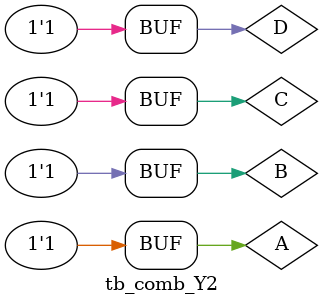
<source format=v>
`timescale 1ns / 1 ns
`include "comb_Y2.v"

module tb_comb_Y2();

reg A, B, C, D;
wire Y;

initial begin
	{A, B, C, D} = 4'b0;
	repeat (15)begin
		#1 {A, B, C, D} = {A, B, C, D} + 1;
    end
end

comb_Y2 Y2(Y, A, B, C, D);

initial
	$monitor(
		 "At time %4t, ABCD = %4b, Y2 = %b",
		$time,{A, B, C, D}, Y
	);

endmodule

</source>
